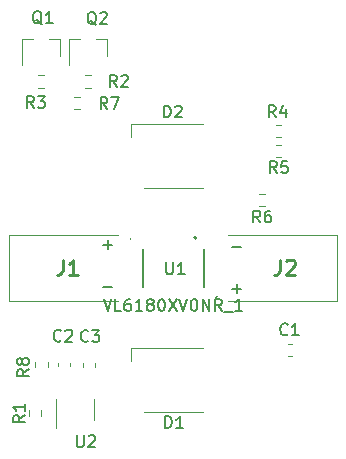
<source format=gbr>
%TF.GenerationSoftware,KiCad,Pcbnew,(5.1.9)-1*%
%TF.CreationDate,2021-05-21T15:12:25+01:00*%
%TF.ProjectId,NosepokeV1.0,4e6f7365-706f-46b6-9556-312e302e6b69,rev?*%
%TF.SameCoordinates,Original*%
%TF.FileFunction,Legend,Top*%
%TF.FilePolarity,Positive*%
%FSLAX46Y46*%
G04 Gerber Fmt 4.6, Leading zero omitted, Abs format (unit mm)*
G04 Created by KiCad (PCBNEW (5.1.9)-1) date 2021-05-21 15:12:25*
%MOMM*%
%LPD*%
G01*
G04 APERTURE LIST*
%ADD10C,0.150000*%
%ADD11C,0.120000*%
%ADD12C,0.100000*%
%ADD13C,0.200000*%
%ADD14C,0.152400*%
%ADD15C,0.254000*%
%ADD16R,0.650000X1.060000*%
%ADD17R,0.800000X0.900000*%
%ADD18R,2.000000X1.100000*%
%ADD19C,2.000000*%
%ADD20O,1.300000X0.800000*%
%ADD21C,1.550000*%
%ADD22C,3.200000*%
%ADD23R,0.508000X1.016000*%
G04 APERTURE END LIST*
D10*
X19748452Y-20693071D02*
X18986547Y-20693071D01*
X19748452Y-24249071D02*
X18986547Y-24249071D01*
X19367500Y-23868119D02*
X19367500Y-24630023D01*
X8064547Y-24074428D02*
X8826452Y-24074428D01*
X8064547Y-20518428D02*
X8826452Y-20518428D01*
X8445500Y-20899380D02*
X8445500Y-20137476D01*
D11*
%TO.C,R6*%
X21763758Y-17286500D02*
X21289242Y-17286500D01*
X21763758Y-16241500D02*
X21289242Y-16241500D01*
%TO.C,U2*%
X7261500Y-35380500D02*
X7261500Y-33580500D01*
X4041500Y-33580500D02*
X4041500Y-36030500D01*
%TO.C,Q1*%
X4374000Y-3118580D02*
X4374000Y-4578580D01*
X1214000Y-3118580D02*
X1214000Y-5278580D01*
X1214000Y-3118580D02*
X2144000Y-3118580D01*
X4374000Y-3118580D02*
X3444000Y-3118580D01*
%TO.C,Q2*%
X8361800Y-3118580D02*
X8361800Y-4578580D01*
X5201800Y-3118580D02*
X5201800Y-5278580D01*
X5201800Y-3118580D02*
X6131800Y-3118580D01*
X8361800Y-3118580D02*
X7431800Y-3118580D01*
%TO.C,D2*%
X10400000Y-10300000D02*
X16500000Y-10300000D01*
X10400000Y-11400000D02*
X10400000Y-10300000D01*
X16500000Y-15700000D02*
X11500000Y-15700000D01*
%TO.C,D1*%
X16500000Y-34700000D02*
X11500000Y-34700000D01*
X10400000Y-30400000D02*
X10400000Y-29300000D01*
X10400000Y-29300000D02*
X16500000Y-29300000D01*
%TO.C,R5*%
X23160758Y-13095500D02*
X22686242Y-13095500D01*
X23160758Y-12050500D02*
X22686242Y-12050500D01*
%TO.C,R4*%
X23160758Y-11444500D02*
X22686242Y-11444500D01*
X23160758Y-10399500D02*
X22686242Y-10399500D01*
%TO.C,R1*%
X1763500Y-35035758D02*
X1763500Y-34561242D01*
X2808500Y-35035758D02*
X2808500Y-34561242D01*
%TO.C,R3*%
X2556742Y-7245880D02*
X3031258Y-7245880D01*
X2556742Y-6200880D02*
X3031258Y-6200880D01*
%TO.C,R2*%
X6544542Y-7245880D02*
X7019058Y-7245880D01*
X6544542Y-6200880D02*
X7019058Y-6200880D01*
%TO.C,R7*%
X5637762Y-9067060D02*
X6112278Y-9067060D01*
X5637762Y-8022060D02*
X6112278Y-8022060D01*
%TO.C,R8*%
X2335000Y-30907758D02*
X2335000Y-30433242D01*
X3380000Y-30907758D02*
X3380000Y-30433242D01*
D12*
%TO.C,J2*%
X18622600Y-19709400D02*
X27882600Y-19709400D01*
X27882600Y-19709400D02*
X27882600Y-25299400D01*
X27882600Y-25299400D02*
X18622600Y-25299400D01*
D13*
X17677600Y-24924400D02*
G75*
G03*
X17677600Y-24924400I-50000J0D01*
G01*
D11*
%TO.C,C2*%
X4265200Y-30811080D02*
X4265200Y-30529920D01*
X5285200Y-30811080D02*
X5285200Y-30529920D01*
D14*
%TO.C,U1*%
X11421900Y-20925200D02*
X11421900Y-24074800D01*
X16578100Y-24074800D02*
X16578100Y-20925200D01*
X15976600Y-19946600D02*
G75*
G03*
X15976600Y-19946600I-101600J0D01*
G01*
D13*
%TO.C,J1*%
X10387800Y-20084400D02*
G75*
G03*
X10387800Y-20084400I-50000J0D01*
G01*
D12*
X82800Y-19709400D02*
X9342800Y-19709400D01*
X82800Y-25299400D02*
X82800Y-19709400D01*
X9342800Y-25299400D02*
X82800Y-25299400D01*
D11*
%TO.C,C1*%
X23750660Y-28941300D02*
X24031820Y-28941300D01*
X23750660Y-29961300D02*
X24031820Y-29961300D01*
%TO.C,C3*%
X6398800Y-30861880D02*
X6398800Y-30580720D01*
X7418800Y-30861880D02*
X7418800Y-30580720D01*
%TO.C,R6*%
D10*
X21359833Y-18646380D02*
X21026500Y-18170190D01*
X20788404Y-18646380D02*
X20788404Y-17646380D01*
X21169357Y-17646380D01*
X21264595Y-17694000D01*
X21312214Y-17741619D01*
X21359833Y-17836857D01*
X21359833Y-17979714D01*
X21312214Y-18074952D01*
X21264595Y-18122571D01*
X21169357Y-18170190D01*
X20788404Y-18170190D01*
X22216976Y-17646380D02*
X22026500Y-17646380D01*
X21931261Y-17694000D01*
X21883642Y-17741619D01*
X21788404Y-17884476D01*
X21740785Y-18074952D01*
X21740785Y-18455904D01*
X21788404Y-18551142D01*
X21836023Y-18598761D01*
X21931261Y-18646380D01*
X22121738Y-18646380D01*
X22216976Y-18598761D01*
X22264595Y-18551142D01*
X22312214Y-18455904D01*
X22312214Y-18217809D01*
X22264595Y-18122571D01*
X22216976Y-18074952D01*
X22121738Y-18027333D01*
X21931261Y-18027333D01*
X21836023Y-18074952D01*
X21788404Y-18122571D01*
X21740785Y-18217809D01*
%TO.C,U2*%
X5842095Y-36676080D02*
X5842095Y-37485604D01*
X5889714Y-37580842D01*
X5937333Y-37628461D01*
X6032571Y-37676080D01*
X6223047Y-37676080D01*
X6318285Y-37628461D01*
X6365904Y-37580842D01*
X6413523Y-37485604D01*
X6413523Y-36676080D01*
X6842095Y-36771319D02*
X6889714Y-36723700D01*
X6984952Y-36676080D01*
X7223047Y-36676080D01*
X7318285Y-36723700D01*
X7365904Y-36771319D01*
X7413523Y-36866557D01*
X7413523Y-36961795D01*
X7365904Y-37104652D01*
X6794476Y-37676080D01*
X7413523Y-37676080D01*
%TO.C,Q1*%
X2876561Y-1881119D02*
X2781323Y-1833500D01*
X2686085Y-1738261D01*
X2543228Y-1595404D01*
X2447990Y-1547785D01*
X2352752Y-1547785D01*
X2400371Y-1785880D02*
X2305133Y-1738261D01*
X2209895Y-1643023D01*
X2162276Y-1452547D01*
X2162276Y-1119214D01*
X2209895Y-928738D01*
X2305133Y-833500D01*
X2400371Y-785880D01*
X2590847Y-785880D01*
X2686085Y-833500D01*
X2781323Y-928738D01*
X2828942Y-1119214D01*
X2828942Y-1452547D01*
X2781323Y-1643023D01*
X2686085Y-1738261D01*
X2590847Y-1785880D01*
X2400371Y-1785880D01*
X3781323Y-1785880D02*
X3209895Y-1785880D01*
X3495609Y-1785880D02*
X3495609Y-785880D01*
X3400371Y-928738D01*
X3305133Y-1023976D01*
X3209895Y-1071595D01*
%TO.C,Q2*%
X7473961Y-1931919D02*
X7378723Y-1884300D01*
X7283485Y-1789061D01*
X7140628Y-1646204D01*
X7045390Y-1598585D01*
X6950152Y-1598585D01*
X6997771Y-1836680D02*
X6902533Y-1789061D01*
X6807295Y-1693823D01*
X6759676Y-1503347D01*
X6759676Y-1170014D01*
X6807295Y-979538D01*
X6902533Y-884300D01*
X6997771Y-836680D01*
X7188247Y-836680D01*
X7283485Y-884300D01*
X7378723Y-979538D01*
X7426342Y-1170014D01*
X7426342Y-1503347D01*
X7378723Y-1693823D01*
X7283485Y-1789061D01*
X7188247Y-1836680D01*
X6997771Y-1836680D01*
X7807295Y-931919D02*
X7854914Y-884300D01*
X7950152Y-836680D01*
X8188247Y-836680D01*
X8283485Y-884300D01*
X8331104Y-931919D01*
X8378723Y-1027157D01*
X8378723Y-1122395D01*
X8331104Y-1265252D01*
X7759676Y-1836680D01*
X8378723Y-1836680D01*
%TO.C,D2*%
X13206504Y-9761480D02*
X13206504Y-8761480D01*
X13444600Y-8761480D01*
X13587457Y-8809100D01*
X13682695Y-8904338D01*
X13730314Y-8999576D01*
X13777933Y-9190052D01*
X13777933Y-9332909D01*
X13730314Y-9523385D01*
X13682695Y-9618623D01*
X13587457Y-9713861D01*
X13444600Y-9761480D01*
X13206504Y-9761480D01*
X14158885Y-8856719D02*
X14206504Y-8809100D01*
X14301742Y-8761480D01*
X14539838Y-8761480D01*
X14635076Y-8809100D01*
X14682695Y-8856719D01*
X14730314Y-8951957D01*
X14730314Y-9047195D01*
X14682695Y-9190052D01*
X14111266Y-9761480D01*
X14730314Y-9761480D01*
%TO.C,D1*%
X13308104Y-36050480D02*
X13308104Y-35050480D01*
X13546200Y-35050480D01*
X13689057Y-35098100D01*
X13784295Y-35193338D01*
X13831914Y-35288576D01*
X13879533Y-35479052D01*
X13879533Y-35621909D01*
X13831914Y-35812385D01*
X13784295Y-35907623D01*
X13689057Y-36002861D01*
X13546200Y-36050480D01*
X13308104Y-36050480D01*
X14831914Y-36050480D02*
X14260485Y-36050480D01*
X14546200Y-36050480D02*
X14546200Y-35050480D01*
X14450961Y-35193338D01*
X14355723Y-35288576D01*
X14260485Y-35336195D01*
%TO.C,R5*%
X22756833Y-14455380D02*
X22423500Y-13979190D01*
X22185404Y-14455380D02*
X22185404Y-13455380D01*
X22566357Y-13455380D01*
X22661595Y-13503000D01*
X22709214Y-13550619D01*
X22756833Y-13645857D01*
X22756833Y-13788714D01*
X22709214Y-13883952D01*
X22661595Y-13931571D01*
X22566357Y-13979190D01*
X22185404Y-13979190D01*
X23661595Y-13455380D02*
X23185404Y-13455380D01*
X23137785Y-13931571D01*
X23185404Y-13883952D01*
X23280642Y-13836333D01*
X23518738Y-13836333D01*
X23613976Y-13883952D01*
X23661595Y-13931571D01*
X23709214Y-14026809D01*
X23709214Y-14264904D01*
X23661595Y-14360142D01*
X23613976Y-14407761D01*
X23518738Y-14455380D01*
X23280642Y-14455380D01*
X23185404Y-14407761D01*
X23137785Y-14360142D01*
%TO.C,R4*%
X22667933Y-9736080D02*
X22334600Y-9259890D01*
X22096504Y-9736080D02*
X22096504Y-8736080D01*
X22477457Y-8736080D01*
X22572695Y-8783700D01*
X22620314Y-8831319D01*
X22667933Y-8926557D01*
X22667933Y-9069414D01*
X22620314Y-9164652D01*
X22572695Y-9212271D01*
X22477457Y-9259890D01*
X22096504Y-9259890D01*
X23525076Y-9069414D02*
X23525076Y-9736080D01*
X23286980Y-8688461D02*
X23048885Y-9402747D01*
X23667933Y-9402747D01*
%TO.C,R1*%
X1442980Y-34977366D02*
X966790Y-35310700D01*
X1442980Y-35548795D02*
X442980Y-35548795D01*
X442980Y-35167842D01*
X490600Y-35072604D01*
X538219Y-35024985D01*
X633457Y-34977366D01*
X776314Y-34977366D01*
X871552Y-35024985D01*
X919171Y-35072604D01*
X966790Y-35167842D01*
X966790Y-35548795D01*
X1442980Y-34024985D02*
X1442980Y-34596414D01*
X1442980Y-34310700D02*
X442980Y-34310700D01*
X585838Y-34405938D01*
X681076Y-34501176D01*
X728695Y-34596414D01*
%TO.C,R3*%
X2182833Y-8961380D02*
X1849500Y-8485190D01*
X1611404Y-8961380D02*
X1611404Y-7961380D01*
X1992357Y-7961380D01*
X2087595Y-8009000D01*
X2135214Y-8056619D01*
X2182833Y-8151857D01*
X2182833Y-8294714D01*
X2135214Y-8389952D01*
X2087595Y-8437571D01*
X1992357Y-8485190D01*
X1611404Y-8485190D01*
X2516166Y-7961380D02*
X3135214Y-7961380D01*
X2801880Y-8342333D01*
X2944738Y-8342333D01*
X3039976Y-8389952D01*
X3087595Y-8437571D01*
X3135214Y-8532809D01*
X3135214Y-8770904D01*
X3087595Y-8866142D01*
X3039976Y-8913761D01*
X2944738Y-8961380D01*
X2659023Y-8961380D01*
X2563785Y-8913761D01*
X2516166Y-8866142D01*
%TO.C,R2*%
X9218633Y-7183380D02*
X8885300Y-6707190D01*
X8647204Y-7183380D02*
X8647204Y-6183380D01*
X9028157Y-6183380D01*
X9123395Y-6231000D01*
X9171014Y-6278619D01*
X9218633Y-6373857D01*
X9218633Y-6516714D01*
X9171014Y-6611952D01*
X9123395Y-6659571D01*
X9028157Y-6707190D01*
X8647204Y-6707190D01*
X9599585Y-6278619D02*
X9647204Y-6231000D01*
X9742442Y-6183380D01*
X9980538Y-6183380D01*
X10075776Y-6231000D01*
X10123395Y-6278619D01*
X10171014Y-6373857D01*
X10171014Y-6469095D01*
X10123395Y-6611952D01*
X9551966Y-7183380D01*
X10171014Y-7183380D01*
%TO.C,R7*%
X8418533Y-9024880D02*
X8085200Y-8548690D01*
X7847104Y-9024880D02*
X7847104Y-8024880D01*
X8228057Y-8024880D01*
X8323295Y-8072500D01*
X8370914Y-8120119D01*
X8418533Y-8215357D01*
X8418533Y-8358214D01*
X8370914Y-8453452D01*
X8323295Y-8501071D01*
X8228057Y-8548690D01*
X7847104Y-8548690D01*
X8751866Y-8024880D02*
X9418533Y-8024880D01*
X8989961Y-9024880D01*
%TO.C,R8*%
X1773180Y-31091166D02*
X1296990Y-31424500D01*
X1773180Y-31662595D02*
X773180Y-31662595D01*
X773180Y-31281642D01*
X820800Y-31186404D01*
X868419Y-31138785D01*
X963657Y-31091166D01*
X1106514Y-31091166D01*
X1201752Y-31138785D01*
X1249371Y-31186404D01*
X1296990Y-31281642D01*
X1296990Y-31662595D01*
X1201752Y-30519738D02*
X1154133Y-30614976D01*
X1106514Y-30662595D01*
X1011276Y-30710214D01*
X963657Y-30710214D01*
X868419Y-30662595D01*
X820800Y-30614976D01*
X773180Y-30519738D01*
X773180Y-30329261D01*
X820800Y-30234023D01*
X868419Y-30186404D01*
X963657Y-30138785D01*
X1011276Y-30138785D01*
X1106514Y-30186404D01*
X1154133Y-30234023D01*
X1201752Y-30329261D01*
X1201752Y-30519738D01*
X1249371Y-30614976D01*
X1296990Y-30662595D01*
X1392228Y-30710214D01*
X1582704Y-30710214D01*
X1677942Y-30662595D01*
X1725561Y-30614976D01*
X1773180Y-30519738D01*
X1773180Y-30329261D01*
X1725561Y-30234023D01*
X1677942Y-30186404D01*
X1582704Y-30138785D01*
X1392228Y-30138785D01*
X1296990Y-30186404D01*
X1249371Y-30234023D01*
X1201752Y-30329261D01*
%TO.C,J2*%
D15*
X23046266Y-21796223D02*
X23046266Y-22703366D01*
X22985790Y-22884795D01*
X22864838Y-23005747D01*
X22683409Y-23066223D01*
X22562457Y-23066223D01*
X23590552Y-21917176D02*
X23651028Y-21856700D01*
X23771980Y-21796223D01*
X24074361Y-21796223D01*
X24195314Y-21856700D01*
X24255790Y-21917176D01*
X24316266Y-22038128D01*
X24316266Y-22159080D01*
X24255790Y-22340509D01*
X23530076Y-23066223D01*
X24316266Y-23066223D01*
%TO.C,C2*%
D10*
X4494233Y-28637202D02*
X4446614Y-28684821D01*
X4303757Y-28732440D01*
X4208519Y-28732440D01*
X4065661Y-28684821D01*
X3970423Y-28589583D01*
X3922804Y-28494345D01*
X3875185Y-28303869D01*
X3875185Y-28161012D01*
X3922804Y-27970536D01*
X3970423Y-27875298D01*
X4065661Y-27780060D01*
X4208519Y-27732440D01*
X4303757Y-27732440D01*
X4446614Y-27780060D01*
X4494233Y-27827679D01*
X4875185Y-27827679D02*
X4922804Y-27780060D01*
X5018042Y-27732440D01*
X5256138Y-27732440D01*
X5351376Y-27780060D01*
X5398995Y-27827679D01*
X5446614Y-27922917D01*
X5446614Y-28018155D01*
X5398995Y-28161012D01*
X4827566Y-28732440D01*
X5446614Y-28732440D01*
%TO.C,U1*%
X13411295Y-22020280D02*
X13411295Y-22829804D01*
X13458914Y-22925042D01*
X13506533Y-22972661D01*
X13601771Y-23020280D01*
X13792247Y-23020280D01*
X13887485Y-22972661D01*
X13935104Y-22925042D01*
X13982723Y-22829804D01*
X13982723Y-22020280D01*
X14982723Y-23020280D02*
X14411295Y-23020280D01*
X14697009Y-23020280D02*
X14697009Y-22020280D01*
X14601771Y-22163138D01*
X14506533Y-22258376D01*
X14411295Y-22305995D01*
X8103338Y-25131780D02*
X8436671Y-26131780D01*
X8770004Y-25131780D01*
X9579528Y-26131780D02*
X9103338Y-26131780D01*
X9103338Y-25131780D01*
X10341433Y-25131780D02*
X10150957Y-25131780D01*
X10055719Y-25179400D01*
X10008100Y-25227019D01*
X9912861Y-25369876D01*
X9865242Y-25560352D01*
X9865242Y-25941304D01*
X9912861Y-26036542D01*
X9960480Y-26084161D01*
X10055719Y-26131780D01*
X10246195Y-26131780D01*
X10341433Y-26084161D01*
X10389052Y-26036542D01*
X10436671Y-25941304D01*
X10436671Y-25703209D01*
X10389052Y-25607971D01*
X10341433Y-25560352D01*
X10246195Y-25512733D01*
X10055719Y-25512733D01*
X9960480Y-25560352D01*
X9912861Y-25607971D01*
X9865242Y-25703209D01*
X11389052Y-26131780D02*
X10817623Y-26131780D01*
X11103338Y-26131780D02*
X11103338Y-25131780D01*
X11008100Y-25274638D01*
X10912861Y-25369876D01*
X10817623Y-25417495D01*
X11960480Y-25560352D02*
X11865242Y-25512733D01*
X11817623Y-25465114D01*
X11770004Y-25369876D01*
X11770004Y-25322257D01*
X11817623Y-25227019D01*
X11865242Y-25179400D01*
X11960480Y-25131780D01*
X12150957Y-25131780D01*
X12246195Y-25179400D01*
X12293814Y-25227019D01*
X12341433Y-25322257D01*
X12341433Y-25369876D01*
X12293814Y-25465114D01*
X12246195Y-25512733D01*
X12150957Y-25560352D01*
X11960480Y-25560352D01*
X11865242Y-25607971D01*
X11817623Y-25655590D01*
X11770004Y-25750828D01*
X11770004Y-25941304D01*
X11817623Y-26036542D01*
X11865242Y-26084161D01*
X11960480Y-26131780D01*
X12150957Y-26131780D01*
X12246195Y-26084161D01*
X12293814Y-26036542D01*
X12341433Y-25941304D01*
X12341433Y-25750828D01*
X12293814Y-25655590D01*
X12246195Y-25607971D01*
X12150957Y-25560352D01*
X12960480Y-25131780D02*
X13055719Y-25131780D01*
X13150957Y-25179400D01*
X13198576Y-25227019D01*
X13246195Y-25322257D01*
X13293814Y-25512733D01*
X13293814Y-25750828D01*
X13246195Y-25941304D01*
X13198576Y-26036542D01*
X13150957Y-26084161D01*
X13055719Y-26131780D01*
X12960480Y-26131780D01*
X12865242Y-26084161D01*
X12817623Y-26036542D01*
X12770004Y-25941304D01*
X12722385Y-25750828D01*
X12722385Y-25512733D01*
X12770004Y-25322257D01*
X12817623Y-25227019D01*
X12865242Y-25179400D01*
X12960480Y-25131780D01*
X13627147Y-25131780D02*
X14293814Y-26131780D01*
X14293814Y-25131780D02*
X13627147Y-26131780D01*
X14531909Y-25131780D02*
X14865242Y-26131780D01*
X15198576Y-25131780D01*
X15722385Y-25131780D02*
X15817623Y-25131780D01*
X15912861Y-25179400D01*
X15960480Y-25227019D01*
X16008100Y-25322257D01*
X16055719Y-25512733D01*
X16055719Y-25750828D01*
X16008100Y-25941304D01*
X15960480Y-26036542D01*
X15912861Y-26084161D01*
X15817623Y-26131780D01*
X15722385Y-26131780D01*
X15627147Y-26084161D01*
X15579528Y-26036542D01*
X15531909Y-25941304D01*
X15484290Y-25750828D01*
X15484290Y-25512733D01*
X15531909Y-25322257D01*
X15579528Y-25227019D01*
X15627147Y-25179400D01*
X15722385Y-25131780D01*
X16484290Y-26131780D02*
X16484290Y-25131780D01*
X17055719Y-26131780D01*
X17055719Y-25131780D01*
X18103338Y-26131780D02*
X17770004Y-25655590D01*
X17531909Y-26131780D02*
X17531909Y-25131780D01*
X17912861Y-25131780D01*
X18008100Y-25179400D01*
X18055719Y-25227019D01*
X18103338Y-25322257D01*
X18103338Y-25465114D01*
X18055719Y-25560352D01*
X18008100Y-25607971D01*
X17912861Y-25655590D01*
X17531909Y-25655590D01*
X18293814Y-26227019D02*
X19055719Y-26227019D01*
X19817623Y-26131780D02*
X19246195Y-26131780D01*
X19531909Y-26131780D02*
X19531909Y-25131780D01*
X19436671Y-25274638D01*
X19341433Y-25369876D01*
X19246195Y-25417495D01*
%TO.C,J1*%
D15*
X4631266Y-21796223D02*
X4631266Y-22703366D01*
X4570790Y-22884795D01*
X4449838Y-23005747D01*
X4268409Y-23066223D01*
X4147457Y-23066223D01*
X5901266Y-23066223D02*
X5175552Y-23066223D01*
X5538409Y-23066223D02*
X5538409Y-21796223D01*
X5417457Y-21977652D01*
X5296504Y-22098604D01*
X5175552Y-22159080D01*
%TO.C,C1*%
D10*
X23683933Y-28106642D02*
X23636314Y-28154261D01*
X23493457Y-28201880D01*
X23398219Y-28201880D01*
X23255361Y-28154261D01*
X23160123Y-28059023D01*
X23112504Y-27963785D01*
X23064885Y-27773309D01*
X23064885Y-27630452D01*
X23112504Y-27439976D01*
X23160123Y-27344738D01*
X23255361Y-27249500D01*
X23398219Y-27201880D01*
X23493457Y-27201880D01*
X23636314Y-27249500D01*
X23683933Y-27297119D01*
X24636314Y-28201880D02*
X24064885Y-28201880D01*
X24350600Y-28201880D02*
X24350600Y-27201880D01*
X24255361Y-27344738D01*
X24160123Y-27439976D01*
X24064885Y-27487595D01*
%TO.C,C3*%
X6792933Y-28665442D02*
X6745314Y-28713061D01*
X6602457Y-28760680D01*
X6507219Y-28760680D01*
X6364361Y-28713061D01*
X6269123Y-28617823D01*
X6221504Y-28522585D01*
X6173885Y-28332109D01*
X6173885Y-28189252D01*
X6221504Y-27998776D01*
X6269123Y-27903538D01*
X6364361Y-27808300D01*
X6507219Y-27760680D01*
X6602457Y-27760680D01*
X6745314Y-27808300D01*
X6792933Y-27855919D01*
X7126266Y-27760680D02*
X7745314Y-27760680D01*
X7411980Y-28141633D01*
X7554838Y-28141633D01*
X7650076Y-28189252D01*
X7697695Y-28236871D01*
X7745314Y-28332109D01*
X7745314Y-28570204D01*
X7697695Y-28665442D01*
X7650076Y-28713061D01*
X7554838Y-28760680D01*
X7269123Y-28760680D01*
X7173885Y-28713061D01*
X7126266Y-28665442D01*
%TD*%
%LPC*%
%TO.C,R6*%
G36*
G01*
X21101500Y-16489000D02*
X21101500Y-17039000D01*
G75*
G02*
X20901500Y-17239000I-200000J0D01*
G01*
X20501500Y-17239000D01*
G75*
G02*
X20301500Y-17039000I0J200000D01*
G01*
X20301500Y-16489000D01*
G75*
G02*
X20501500Y-16289000I200000J0D01*
G01*
X20901500Y-16289000D01*
G75*
G02*
X21101500Y-16489000I0J-200000D01*
G01*
G37*
G36*
G01*
X22751500Y-16489000D02*
X22751500Y-17039000D01*
G75*
G02*
X22551500Y-17239000I-200000J0D01*
G01*
X22151500Y-17239000D01*
G75*
G02*
X21951500Y-17039000I0J200000D01*
G01*
X21951500Y-16489000D01*
G75*
G02*
X22151500Y-16289000I200000J0D01*
G01*
X22551500Y-16289000D01*
G75*
G02*
X22751500Y-16489000I0J-200000D01*
G01*
G37*
%TD*%
D16*
%TO.C,U2*%
X4701500Y-33380500D03*
X6601500Y-33380500D03*
X6601500Y-35580500D03*
X5651500Y-35580500D03*
X4701500Y-35580500D03*
%TD*%
D17*
%TO.C,Q1*%
X1844000Y-4878580D03*
X3744000Y-4878580D03*
X2794000Y-2878580D03*
%TD*%
%TO.C,Q2*%
X5831800Y-4878580D03*
X7731800Y-4878580D03*
X6781800Y-2878580D03*
%TD*%
D18*
%TO.C,D2*%
X16400000Y-11300000D03*
X16400000Y-13000000D03*
X16400000Y-14700000D03*
X11600000Y-14700000D03*
X11600000Y-13000000D03*
X11600000Y-11300000D03*
%TD*%
%TO.C,D1*%
X16400000Y-30300000D03*
X16400000Y-32000000D03*
X16400000Y-33700000D03*
X11600000Y-33700000D03*
X11600000Y-32000000D03*
X11600000Y-30300000D03*
%TD*%
D19*
%TO.C,REF\u002A\u002A*%
X14000000Y-27500000D03*
%TD*%
%TO.C,REF\u002A\u002A*%
X14000000Y-17500000D03*
%TD*%
D20*
%TO.C,J8*%
X24955500Y-2874000D03*
X24955500Y-4124000D03*
X24955500Y-5374000D03*
X24955500Y-6624000D03*
G36*
G01*
X25405500Y-8274000D02*
X24505500Y-8274000D01*
G75*
G02*
X24305500Y-8074000I0J200000D01*
G01*
X24305500Y-7674000D01*
G75*
G02*
X24505500Y-7474000I200000J0D01*
G01*
X25405500Y-7474000D01*
G75*
G02*
X25605500Y-7674000I0J-200000D01*
G01*
X25605500Y-8074000D01*
G75*
G02*
X25405500Y-8274000I-200000J0D01*
G01*
G37*
%TD*%
%TO.C,R5*%
G36*
G01*
X22498500Y-12298000D02*
X22498500Y-12848000D01*
G75*
G02*
X22298500Y-13048000I-200000J0D01*
G01*
X21898500Y-13048000D01*
G75*
G02*
X21698500Y-12848000I0J200000D01*
G01*
X21698500Y-12298000D01*
G75*
G02*
X21898500Y-12098000I200000J0D01*
G01*
X22298500Y-12098000D01*
G75*
G02*
X22498500Y-12298000I0J-200000D01*
G01*
G37*
G36*
G01*
X24148500Y-12298000D02*
X24148500Y-12848000D01*
G75*
G02*
X23948500Y-13048000I-200000J0D01*
G01*
X23548500Y-13048000D01*
G75*
G02*
X23348500Y-12848000I0J200000D01*
G01*
X23348500Y-12298000D01*
G75*
G02*
X23548500Y-12098000I200000J0D01*
G01*
X23948500Y-12098000D01*
G75*
G02*
X24148500Y-12298000I0J-200000D01*
G01*
G37*
%TD*%
%TO.C,R4*%
G36*
G01*
X22498500Y-10647000D02*
X22498500Y-11197000D01*
G75*
G02*
X22298500Y-11397000I-200000J0D01*
G01*
X21898500Y-11397000D01*
G75*
G02*
X21698500Y-11197000I0J200000D01*
G01*
X21698500Y-10647000D01*
G75*
G02*
X21898500Y-10447000I200000J0D01*
G01*
X22298500Y-10447000D01*
G75*
G02*
X22498500Y-10647000I0J-200000D01*
G01*
G37*
G36*
G01*
X24148500Y-10647000D02*
X24148500Y-11197000D01*
G75*
G02*
X23948500Y-11397000I-200000J0D01*
G01*
X23548500Y-11397000D01*
G75*
G02*
X23348500Y-11197000I0J200000D01*
G01*
X23348500Y-10647000D01*
G75*
G02*
X23548500Y-10447000I200000J0D01*
G01*
X23948500Y-10447000D01*
G75*
G02*
X24148500Y-10647000I0J-200000D01*
G01*
G37*
%TD*%
%TO.C,R1*%
G36*
G01*
X2561000Y-34373500D02*
X2011000Y-34373500D01*
G75*
G02*
X1811000Y-34173500I0J200000D01*
G01*
X1811000Y-33773500D01*
G75*
G02*
X2011000Y-33573500I200000J0D01*
G01*
X2561000Y-33573500D01*
G75*
G02*
X2761000Y-33773500I0J-200000D01*
G01*
X2761000Y-34173500D01*
G75*
G02*
X2561000Y-34373500I-200000J0D01*
G01*
G37*
G36*
G01*
X2561000Y-36023500D02*
X2011000Y-36023500D01*
G75*
G02*
X1811000Y-35823500I0J200000D01*
G01*
X1811000Y-35423500D01*
G75*
G02*
X2011000Y-35223500I200000J0D01*
G01*
X2561000Y-35223500D01*
G75*
G02*
X2761000Y-35423500I0J-200000D01*
G01*
X2761000Y-35823500D01*
G75*
G02*
X2561000Y-36023500I-200000J0D01*
G01*
G37*
%TD*%
%TO.C,R3*%
G36*
G01*
X1569000Y-6998380D02*
X1569000Y-6448380D01*
G75*
G02*
X1769000Y-6248380I200000J0D01*
G01*
X2169000Y-6248380D01*
G75*
G02*
X2369000Y-6448380I0J-200000D01*
G01*
X2369000Y-6998380D01*
G75*
G02*
X2169000Y-7198380I-200000J0D01*
G01*
X1769000Y-7198380D01*
G75*
G02*
X1569000Y-6998380I0J200000D01*
G01*
G37*
G36*
G01*
X3219000Y-6998380D02*
X3219000Y-6448380D01*
G75*
G02*
X3419000Y-6248380I200000J0D01*
G01*
X3819000Y-6248380D01*
G75*
G02*
X4019000Y-6448380I0J-200000D01*
G01*
X4019000Y-6998380D01*
G75*
G02*
X3819000Y-7198380I-200000J0D01*
G01*
X3419000Y-7198380D01*
G75*
G02*
X3219000Y-6998380I0J200000D01*
G01*
G37*
%TD*%
%TO.C,R2*%
G36*
G01*
X5556800Y-6998380D02*
X5556800Y-6448380D01*
G75*
G02*
X5756800Y-6248380I200000J0D01*
G01*
X6156800Y-6248380D01*
G75*
G02*
X6356800Y-6448380I0J-200000D01*
G01*
X6356800Y-6998380D01*
G75*
G02*
X6156800Y-7198380I-200000J0D01*
G01*
X5756800Y-7198380D01*
G75*
G02*
X5556800Y-6998380I0J200000D01*
G01*
G37*
G36*
G01*
X7206800Y-6998380D02*
X7206800Y-6448380D01*
G75*
G02*
X7406800Y-6248380I200000J0D01*
G01*
X7806800Y-6248380D01*
G75*
G02*
X8006800Y-6448380I0J-200000D01*
G01*
X8006800Y-6998380D01*
G75*
G02*
X7806800Y-7198380I-200000J0D01*
G01*
X7406800Y-7198380D01*
G75*
G02*
X7206800Y-6998380I0J200000D01*
G01*
G37*
%TD*%
%TO.C,R7*%
G36*
G01*
X4650020Y-8819560D02*
X4650020Y-8269560D01*
G75*
G02*
X4850020Y-8069560I200000J0D01*
G01*
X5250020Y-8069560D01*
G75*
G02*
X5450020Y-8269560I0J-200000D01*
G01*
X5450020Y-8819560D01*
G75*
G02*
X5250020Y-9019560I-200000J0D01*
G01*
X4850020Y-9019560D01*
G75*
G02*
X4650020Y-8819560I0J200000D01*
G01*
G37*
G36*
G01*
X6300020Y-8819560D02*
X6300020Y-8269560D01*
G75*
G02*
X6500020Y-8069560I200000J0D01*
G01*
X6900020Y-8069560D01*
G75*
G02*
X7100020Y-8269560I0J-200000D01*
G01*
X7100020Y-8819560D01*
G75*
G02*
X6900020Y-9019560I-200000J0D01*
G01*
X6500020Y-9019560D01*
G75*
G02*
X6300020Y-8819560I0J200000D01*
G01*
G37*
%TD*%
%TO.C,R8*%
G36*
G01*
X3132500Y-30245500D02*
X2582500Y-30245500D01*
G75*
G02*
X2382500Y-30045500I0J200000D01*
G01*
X2382500Y-29645500D01*
G75*
G02*
X2582500Y-29445500I200000J0D01*
G01*
X3132500Y-29445500D01*
G75*
G02*
X3332500Y-29645500I0J-200000D01*
G01*
X3332500Y-30045500D01*
G75*
G02*
X3132500Y-30245500I-200000J0D01*
G01*
G37*
G36*
G01*
X3132500Y-31895500D02*
X2582500Y-31895500D01*
G75*
G02*
X2382500Y-31695500I0J200000D01*
G01*
X2382500Y-31295500D01*
G75*
G02*
X2582500Y-31095500I200000J0D01*
G01*
X3132500Y-31095500D01*
G75*
G02*
X3332500Y-31295500I0J-200000D01*
G01*
X3332500Y-31695500D01*
G75*
G02*
X3132500Y-31895500I-200000J0D01*
G01*
G37*
%TD*%
D21*
%TO.C,J2*%
X17627600Y-21234400D03*
X17627600Y-23774400D03*
%TD*%
%TO.C,C2*%
G36*
G01*
X5025200Y-30345500D02*
X4525200Y-30345500D01*
G75*
G02*
X4300200Y-30120500I0J225000D01*
G01*
X4300200Y-29670500D01*
G75*
G02*
X4525200Y-29445500I225000J0D01*
G01*
X5025200Y-29445500D01*
G75*
G02*
X5250200Y-29670500I0J-225000D01*
G01*
X5250200Y-30120500D01*
G75*
G02*
X5025200Y-30345500I-225000J0D01*
G01*
G37*
G36*
G01*
X5025200Y-31895500D02*
X4525200Y-31895500D01*
G75*
G02*
X4300200Y-31670500I0J225000D01*
G01*
X4300200Y-31220500D01*
G75*
G02*
X4525200Y-30995500I225000J0D01*
G01*
X5025200Y-30995500D01*
G75*
G02*
X5250200Y-31220500I0J-225000D01*
G01*
X5250200Y-31670500D01*
G75*
G02*
X5025200Y-31895500I-225000J0D01*
G01*
G37*
%TD*%
D22*
%TO.C,Mount1*%
X14000000Y-6250000D03*
%TD*%
%TO.C,Mount2*%
X14000000Y-38750000D03*
%TD*%
%TO.C,J7*%
G36*
G01*
X6927000Y-13887720D02*
X6027000Y-13887720D01*
G75*
G02*
X5827000Y-13687720I0J200000D01*
G01*
X5827000Y-13287720D01*
G75*
G02*
X6027000Y-13087720I200000J0D01*
G01*
X6927000Y-13087720D01*
G75*
G02*
X7127000Y-13287720I0J-200000D01*
G01*
X7127000Y-13687720D01*
G75*
G02*
X6927000Y-13887720I-200000J0D01*
G01*
G37*
D20*
X6477000Y-12237720D03*
%TD*%
%TO.C,J6*%
X20675600Y-2877500D03*
G36*
G01*
X21125600Y-4527500D02*
X20225600Y-4527500D01*
G75*
G02*
X20025600Y-4327500I0J200000D01*
G01*
X20025600Y-3927500D01*
G75*
G02*
X20225600Y-3727500I200000J0D01*
G01*
X21125600Y-3727500D01*
G75*
G02*
X21325600Y-3927500I0J-200000D01*
G01*
X21325600Y-4327500D01*
G75*
G02*
X21125600Y-4527500I-200000J0D01*
G01*
G37*
%TD*%
%TO.C,J5*%
G36*
G01*
X2405800Y-13887720D02*
X1505800Y-13887720D01*
G75*
G02*
X1305800Y-13687720I0J200000D01*
G01*
X1305800Y-13287720D01*
G75*
G02*
X1505800Y-13087720I200000J0D01*
G01*
X2405800Y-13087720D01*
G75*
G02*
X2605800Y-13287720I0J-200000D01*
G01*
X2605800Y-13687720D01*
G75*
G02*
X2405800Y-13887720I-200000J0D01*
G01*
G37*
X1955800Y-12237720D03*
%TD*%
%TO.C,J4*%
X5869940Y-39941500D03*
G36*
G01*
X6319940Y-41591500D02*
X5419940Y-41591500D01*
G75*
G02*
X5219940Y-41391500I0J200000D01*
G01*
X5219940Y-40991500D01*
G75*
G02*
X5419940Y-40791500I200000J0D01*
G01*
X6319940Y-40791500D01*
G75*
G02*
X6519940Y-40991500I0J-200000D01*
G01*
X6519940Y-41391500D01*
G75*
G02*
X6319940Y-41591500I-200000J0D01*
G01*
G37*
%TD*%
%TO.C,J3*%
X24119840Y-32824100D03*
G36*
G01*
X24569840Y-34474100D02*
X23669840Y-34474100D01*
G75*
G02*
X23469840Y-34274100I0J200000D01*
G01*
X23469840Y-33874100D01*
G75*
G02*
X23669840Y-33674100I200000J0D01*
G01*
X24569840Y-33674100D01*
G75*
G02*
X24769840Y-33874100I0J-200000D01*
G01*
X24769840Y-34274100D01*
G75*
G02*
X24569840Y-34474100I-200000J0D01*
G01*
G37*
%TD*%
D23*
%TO.C,U1*%
X15875000Y-21255400D03*
X15124999Y-21255400D03*
X14375001Y-21255400D03*
X13624999Y-21255400D03*
X12875001Y-21255400D03*
X12125000Y-21255400D03*
X12125000Y-23744600D03*
X12875001Y-23744600D03*
X13624999Y-23744600D03*
X14375001Y-23744600D03*
X15124999Y-23744600D03*
X15875000Y-23744600D03*
%TD*%
D21*
%TO.C,J1*%
X10337800Y-21234400D03*
X10337800Y-23774400D03*
%TD*%
%TO.C,C1*%
G36*
G01*
X24216240Y-29701300D02*
X24216240Y-29201300D01*
G75*
G02*
X24441240Y-28976300I225000J0D01*
G01*
X24891240Y-28976300D01*
G75*
G02*
X25116240Y-29201300I0J-225000D01*
G01*
X25116240Y-29701300D01*
G75*
G02*
X24891240Y-29926300I-225000J0D01*
G01*
X24441240Y-29926300D01*
G75*
G02*
X24216240Y-29701300I0J225000D01*
G01*
G37*
G36*
G01*
X22666240Y-29701300D02*
X22666240Y-29201300D01*
G75*
G02*
X22891240Y-28976300I225000J0D01*
G01*
X23341240Y-28976300D01*
G75*
G02*
X23566240Y-29201300I0J-225000D01*
G01*
X23566240Y-29701300D01*
G75*
G02*
X23341240Y-29926300I-225000J0D01*
G01*
X22891240Y-29926300D01*
G75*
G02*
X22666240Y-29701300I0J225000D01*
G01*
G37*
%TD*%
%TO.C,C3*%
G36*
G01*
X7158800Y-30396300D02*
X6658800Y-30396300D01*
G75*
G02*
X6433800Y-30171300I0J225000D01*
G01*
X6433800Y-29721300D01*
G75*
G02*
X6658800Y-29496300I225000J0D01*
G01*
X7158800Y-29496300D01*
G75*
G02*
X7383800Y-29721300I0J-225000D01*
G01*
X7383800Y-30171300D01*
G75*
G02*
X7158800Y-30396300I-225000J0D01*
G01*
G37*
G36*
G01*
X7158800Y-31946300D02*
X6658800Y-31946300D01*
G75*
G02*
X6433800Y-31721300I0J225000D01*
G01*
X6433800Y-31271300D01*
G75*
G02*
X6658800Y-31046300I225000J0D01*
G01*
X7158800Y-31046300D01*
G75*
G02*
X7383800Y-31271300I0J-225000D01*
G01*
X7383800Y-31721300D01*
G75*
G02*
X7158800Y-31946300I-225000J0D01*
G01*
G37*
%TD*%
M02*

</source>
